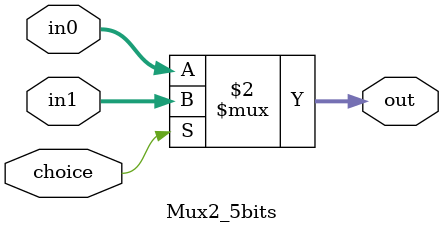
<source format=v>
`timescale 1ns / 1ps


module Mux2_5bits(
    input choice,
    input [4:0] in0,
    input [4:0] in1,
    output [4:0] out
    );
    
    assign out = (choice==0) ? in0 : in1;
    
endmodule

</source>
